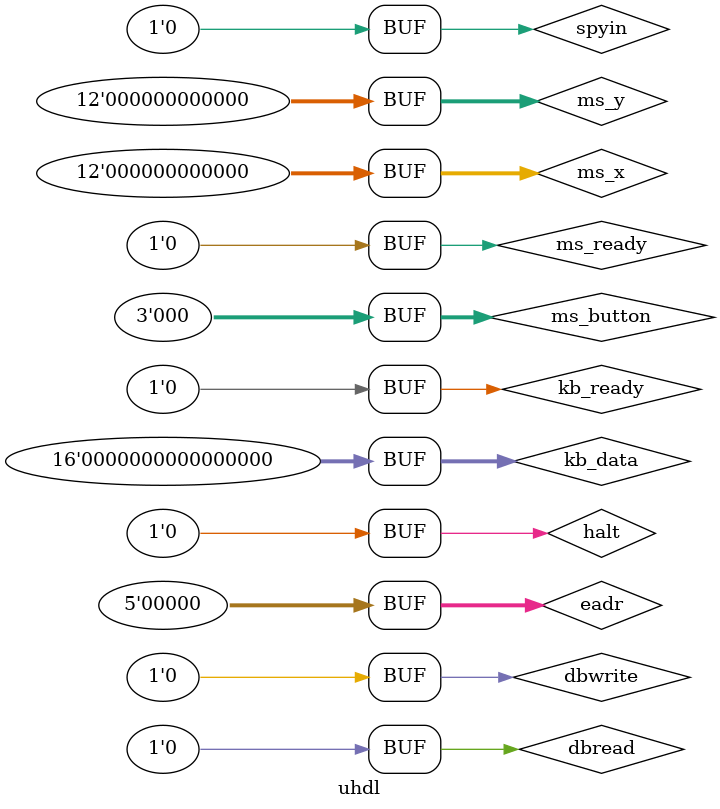
<source format=v>

`timescale 1ns/1ps
`default_nettype none

`define enable_mmc
`define enable_vga
`define enable_ps2
`define enable_spy_port

/* verilator lint_off SELRANGE */
/* verilator lint_off IMPLICIT */
/* verilator lint_off PINMISSING */
/* verilator lint_off WIDTH */

module uhdl;

   reg boot;
   reg reset;
   wire [11:0] bd_state;
   wire [11:0] ms_x, ms_y;
   wire [15:0] bd_data_bd2cpu;
   wire [15:0] bd_data_cpu2bd;
   wire [15:0] kb_data;
   wire [15:0] spy_bd_data_bd2cpu;
   wire [15:0] spy_bd_data_cpu2bd;
   wire [15:0] spy_bd_state;
   wire [15:0] spy_in;
   wire [15:0] spy_out;
   wire [15:0] sram1_in;
   wire [15:0] sram2_in;
   wire [1:0] bd_cmd;
   wire [1:0] spy_bd_cmd;
   wire [21:0] busint_addr;
   wire [23:0] bd_addr;
   wire [23:0] spy_bd_addr;
   wire [2:0] ms_button;
   wire [31:0] busint_bus;
   wire [31:0] md;
   wire [31:0] sdram_data_in;
   wire [31:0] sdram_data_rc2cpu;
   wire [31:0] vram_cpu_data_in;
   wire [3:0] dots;
   wire [3:0] rc_state;
   wire [48:0] mcr_data_in;
   wire [4:0] eadr;
   wire bd_bsy;
   wire bd_err;
   wire bd_iordy;
   wire bd_rd;
   wire bd_rdy;
   wire bd_start;
   wire bd_wr;
   wire bus_int;
   wire clk50;
   wire cpu_clk;
   wire dbread, dbwrite;
   wire dcm_reset;
   wire halt;
   wire interrupt;
   wire kb_ps2_clk_in;
   wire kb_ps2_data_in;
   wire kb_ready;
   wire loadmd;
   wire lpddr_reset;
   wire memack;
   wire memrq;
   wire ms_ps2_clk_in;
   wire ms_ps2_clk_out;
   wire ms_ps2_data_in;
   wire ms_ps2_data_out;
   wire ms_ps2_dir;
   wire ms_ready;
   wire vga_clk;
   wire vga_clk_locked;
   wire spy_bd_bsy;
   wire spy_bd_err;
   wire spy_bd_iordy;
   wire spy_bd_rd;
   wire spy_bd_rdy;
   wire spy_bd_start;
   wire spy_bd_wr;
   wire sysclk_buf;
   wire vga_reset;
   wire wrcyc;

   /*AUTOWIRE*/
   // Beginning of automatic wires (for undeclared instantiated-module outputs)
   wire [3:0]		bus_state;		// From uhdl_common of uhdl_common.v
   wire [15:0]		busint_spyout;		// From uhdl_common of uhdl_common.v
   wire [4:0]		disk_state;		// From uhdl_common of uhdl_common.v
   wire			fetch;			// From uhdl_common of uhdl_common.v
   wire [13:0]		mcr_addr;		// From uhdl_common of uhdl_common.v
   wire [48:0]		mcr_data_out;		// From ram_controller of ram_controller.v, ...
   wire			mcr_done;		// From ram_controller of ram_controller.v
   wire			mcr_ready;		// From ram_controller of ram_controller.v
   wire			mcr_write;		// From uhdl_common of uhdl_common.v
   wire			mmc_cs;			// From uhdl_common of uhdl_common.v
   wire			mmc_do;			// From uhdl_common of uhdl_common.v
   wire			mmc_sclk;		// From uhdl_common of uhdl_common.v
   wire			ms_ps2_clk;		// To/From uhdl_common of uhdl_common.v
   wire			ms_ps2_data;		// To/From uhdl_common of uhdl_common.v
   wire			prefetch;		// From uhdl_common of uhdl_common.v
   wire			rs232_txd;		// From uhdl_common of uhdl_common.v
   wire [21:0]		sdram_addr;		// From uhdl_common of uhdl_common.v
   wire [31:0]		sdram_data_cpu2rc;	// From uhdl_common of uhdl_common.v
   wire [31:0]		sdram_data_out;		// From ram_controller of ram_controller.v
   wire			sdram_done;		// From ram_controller of ram_controller.v
   wire			sdram_ready;		// From ram_controller of ram_controller.v
   wire			sdram_req;		// From uhdl_common of uhdl_common.v
   wire			sdram_write;		// From uhdl_common of uhdl_common.v
   wire			spy_rd;			// From uhdl_common of uhdl_common.v
   wire [3:0]		spy_reg;		// From uhdl_common of uhdl_common.v
   wire			spy_wr;			// From uhdl_common of uhdl_common.v
   wire			sram1_ce_n;		// From ram_controller of ram_controller.v
   wire			sram1_lb_n;		// From ram_controller of ram_controller.v
   wire [15:0]		sram1_out;		// From ram_controller of ram_controller.v
   wire			sram1_ub_n;		// From ram_controller of ram_controller.v
   wire			sram2_ce_n;		// From ram_controller of ram_controller.v
   wire			sram2_lb_n;		// From ram_controller of ram_controller.v
   wire [15:0]		sram2_out;		// From ram_controller of ram_controller.v
   wire			sram2_ub_n;		// From ram_controller of ram_controller.v
   wire [17:0]		sram_a;			// From ram_controller of ram_controller.v
   wire			sram_oe_n;		// From ram_controller of ram_controller.v
   wire			sram_we_n;		// From ram_controller of ram_controller.v
   wire			vga_b;			// From uhdl_common of uhdl_common.v
   wire			vga_blank;		// From uhdl_common of uhdl_common.v
   wire			vga_g;			// From uhdl_common of uhdl_common.v
   wire			vga_hsync;		// From uhdl_common of uhdl_common.v
   wire			vga_r;			// From uhdl_common of uhdl_common.v
   wire			vga_vsync;		// From uhdl_common of uhdl_common.v
   wire [14:0]		vram_cpu_addr;		// From uhdl_common of uhdl_common.v
   wire [31:0]		vram_cpu_data_out;	// From ram_controller of ram_controller.v, ...
   wire			vram_cpu_done;		// From ram_controller of ram_controller.v
   wire			vram_cpu_ready;		// From ram_controller of ram_controller.v
   wire			vram_cpu_req;		// From uhdl_common of uhdl_common.v
   wire			vram_cpu_write;		// From uhdl_common of uhdl_common.v
   wire [14:0]		vram_vga_addr;		// From uhdl_common of uhdl_common.v
   wire [31:0]		vram_vga_data_out;	// From ram_controller of ram_controller.v
   wire			vram_vga_ready;		// From ram_controller of ram_controller.v
   wire			vram_vga_req;		// From uhdl_common of uhdl_common.v
   // End of automatics

   ////////////////////////////////////////////////////////////////////////////////

   integer cycles;   
   
   always @(posedge uhdl_common.cpu.clk) begin
      if (uhdl_common.cpu.state == 6'b100000 && ~uhdl_common.cpu.iwrited && ~uhdl_common.cpu.cadr_contrl.inop) begin
	 cycles = cycles + 1;
      end
   end

   assign halt = 0;
   assign eadr = 5'b0;
   assign dbread = 0;
   assign dbwrite = 0;
   assign spyin = 0;
   assign kb_ready = 0;
   assign kb_data = 16'b0;
   assign ms_ready = 0;
   assign ms_x = 12'b0;
   assign ms_y = 12'b0;
   assign ms_button = 3'b0;

   ram_controller ram_controller(/*AUTOINST*/
				 // Outputs
				 .sram1_out		(sram1_out[15:0]),
				 .sram2_out		(sram2_out[15:0]),
				 .sram_a		(sram_a[17:0]),
				 .sdram_data_out	(sdram_data_out[31:0]),
				 .vram_cpu_data_out	(vram_cpu_data_out[31:0]),
				 .vram_vga_data_out	(vram_vga_data_out[31:0]),
				 .mcr_data_out		(mcr_data_out[48:0]),
				 .mcr_done		(mcr_done),
				 .mcr_ready		(mcr_ready),
				 .sdram_done		(sdram_done),
				 .sdram_ready		(sdram_ready),
				 .sram1_ce_n		(sram1_ce_n),
				 .sram1_ub_n		(sram1_ub_n),
				 .sram1_lb_n		(sram1_lb_n),
				 .sram2_ce_n		(sram2_ce_n),
				 .sram2_ub_n		(sram2_ub_n),
				 .sram2_lb_n		(sram2_lb_n),
				 .sram_oe_n		(sram_oe_n),
				 .sram_we_n		(sram_we_n),
				 .vram_cpu_done		(vram_cpu_done),
				 .vram_cpu_ready	(vram_cpu_ready),
				 .vram_vga_ready	(vram_vga_ready),
				 // Inputs
				 .mcr_addr		(mcr_addr[13:0]),
				 .vram_cpu_addr		(vram_cpu_addr[14:0]),
				 .vram_vga_addr		(vram_vga_addr[14:0]),
				 .sram1_in		(sram1_in[15:0]),
				 .sram2_in		(sram2_in[15:0]),
				 .sdram_addr		(sdram_addr[21:0]),
				 .sdram_data_in		(sdram_data_in[31:0]),
				 .vram_cpu_data_in	(vram_cpu_data_in[31:0]),
				 .mcr_data_in		(mcr_data_in[48:0]),
				 .clk			(clk),
				 .cpu_clk		(cpu_clk),
				 .fetch			(fetch),
				 .mcr_write		(mcr_write),
				 .prefetch		(prefetch),
				 .reset			(reset),
				 .sdram_req		(sdram_req),
				 .sdram_write		(sdram_write),
				 .vga_clk		(vga_clk),
				 .vram_cpu_req		(vram_cpu_req),
				 .vram_cpu_write	(vram_cpu_write),
				 .vram_vga_req		(vram_vga_req));

   uhdl_common uhdl_common(/*AUTOINST*/
	   // Outputs
	   .sdram_addr			(sdram_addr[21:0]),
	   .sdram_data_cpu2rc		(sdram_data_cpu2rc[31:0]),
	   .sdram_req			(sdram_req),
	   .sdram_write			(sdram_write),
	   .vram_cpu_addr		(vram_cpu_addr[14:0]),
	   .vram_cpu_data_out		(vram_cpu_data_out[31:0]),
	   .vram_cpu_req		(vram_cpu_req),
	   .vram_cpu_write		(vram_cpu_write),
	   .spy_reg			(spy_reg[3:0]),
	   .busint_spyout		(busint_spyout[15:0]),
	   .spy_rd			(spy_rd),
	   .spy_wr			(spy_wr),
	   .disk_state			(disk_state[4:0]),
	   .bus_state			(bus_state[3:0]),
	   .fetch			(fetch),
	   .prefetch			(prefetch),
	   .mcr_addr			(mcr_addr[13:0]),
	   .mcr_data_out		(mcr_data_out[48:0]),
	   .mcr_write			(mcr_write),
	   .mmc_cs			(mmc_cs),
	   .mmc_do			(mmc_do),
	   .mmc_sclk			(mmc_sclk),
	   .vram_vga_addr		(vram_vga_addr[14:0]),
	   .vram_vga_req		(vram_vga_req),
	   .vga_blank			(vga_blank),
	   .vga_r			(vga_r),
	   .vga_g			(vga_g),
	   .vga_b			(vga_b),
	   .vga_hsync			(vga_hsync),
	   .vga_vsync			(vga_vsync),
	   .rs232_txd			(rs232_txd),
	   // Inouts
	   .ms_ps2_clk			(ms_ps2_clk),
	   .ms_ps2_data			(ms_ps2_data),
	   // Inputs
	   .clk50			(clk50),
	   .reset			(reset),
	   .sdram_data_rc2cpu		(sdram_data_rc2cpu[31:0]),
	   .sdram_done			(sdram_done),
	   .sdram_ready			(sdram_ready),
	   .vram_cpu_data_in		(vram_cpu_data_in[31:0]),
	   .vram_cpu_done		(vram_cpu_done),
	   .vram_cpu_ready		(vram_cpu_ready),
	   .cpu_clk			(cpu_clk),
	   .boot			(boot),
	   .halt			(halt),
	   .interrupt			(interrupt),
	   .mcr_data_in			(mcr_data_in[48:0]),
	   .mcr_ready			(mcr_ready),
	   .mcr_done			(mcr_done),
	   .mmc_di			(mmc_di),
	   .vram_vga_data_out		(vram_vga_data_out[31:0]),
	   .vram_vga_ready		(vram_vga_ready),
	   .vga_clk			(vga_clk),
	   .kb_ps2_clk			(kb_ps2_clk),
	   .kb_ps2_data			(kb_ps2_data),
	   .rs232_rxd			(rs232_rxd));

   vga_dpi vga_dpi
     (
      .vsync(vga_hsync),
      .hsync(vga_vsync),
      .r(vga_red),
      .g(vga_grn),
      .b(vga_blu),
      /*AUTOINST*/
      // Inputs
      .clk				(clk));
   
   mmc_dpi mmc_dpi
     (
      .clk(cpu_clk),
      .mmc_di(mmc_do),
      .mmc_do(mmc_di),
      /*AUTOINST*/
      // Inputs
      .mmc_sclk				(mmc_sclk),
      .mmc_cs				(mmc_cs));

endmodule

`default_nettype wire

// Local Variables:
// verilog-library-directories: (".")
// End:

</source>
